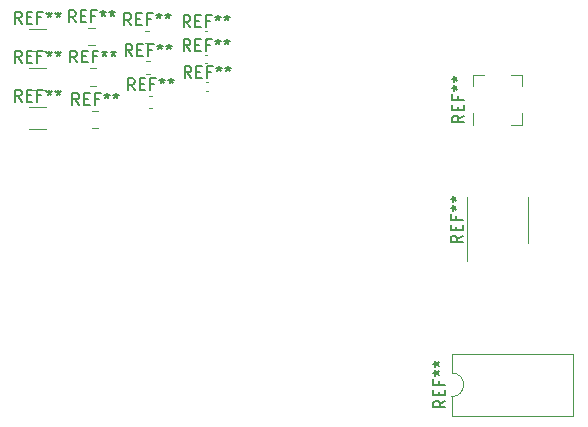
<source format=gbr>
%TF.GenerationSoftware,KiCad,Pcbnew,(6.0.1)*%
%TF.CreationDate,2023-03-31T22:37:06-07:00*%
%TF.ProjectId,test_pcb,74657374-5f70-4636-922e-6b696361645f,rev?*%
%TF.SameCoordinates,Original*%
%TF.FileFunction,Legend,Top*%
%TF.FilePolarity,Positive*%
%FSLAX46Y46*%
G04 Gerber Fmt 4.6, Leading zero omitted, Abs format (unit mm)*
G04 Created by KiCad (PCBNEW (6.0.1)) date 2023-03-31 22:37:06*
%MOMM*%
%LPD*%
G01*
G04 APERTURE LIST*
%ADD10C,0.150000*%
%ADD11C,0.120000*%
G04 APERTURE END LIST*
D10*
%TO.C,REF\u002A\u002A*%
X23287804Y-51167442D02*
X22954471Y-50691252D01*
X22716376Y-51167442D02*
X22716376Y-50167442D01*
X23097328Y-50167442D01*
X23192566Y-50215062D01*
X23240185Y-50262681D01*
X23287804Y-50357919D01*
X23287804Y-50500776D01*
X23240185Y-50596014D01*
X23192566Y-50643633D01*
X23097328Y-50691252D01*
X22716376Y-50691252D01*
X23716376Y-50643633D02*
X24049709Y-50643633D01*
X24192566Y-51167442D02*
X23716376Y-51167442D01*
X23716376Y-50167442D01*
X24192566Y-50167442D01*
X24954471Y-50643633D02*
X24621138Y-50643633D01*
X24621138Y-51167442D02*
X24621138Y-50167442D01*
X25097328Y-50167442D01*
X25621138Y-50167442D02*
X25621138Y-50405538D01*
X25383042Y-50310300D02*
X25621138Y-50405538D01*
X25859233Y-50310300D01*
X25478280Y-50596014D02*
X25621138Y-50405538D01*
X25763995Y-50596014D01*
X26383042Y-50167442D02*
X26383042Y-50405538D01*
X26144947Y-50310300D02*
X26383042Y-50405538D01*
X26621138Y-50310300D01*
X26240185Y-50596014D02*
X26383042Y-50405538D01*
X26525899Y-50596014D01*
X23287804Y-57767442D02*
X22954471Y-57291252D01*
X22716376Y-57767442D02*
X22716376Y-56767442D01*
X23097328Y-56767442D01*
X23192566Y-56815062D01*
X23240185Y-56862681D01*
X23287804Y-56957919D01*
X23287804Y-57100776D01*
X23240185Y-57196014D01*
X23192566Y-57243633D01*
X23097328Y-57291252D01*
X22716376Y-57291252D01*
X23716376Y-57243633D02*
X24049709Y-57243633D01*
X24192566Y-57767442D02*
X23716376Y-57767442D01*
X23716376Y-56767442D01*
X24192566Y-56767442D01*
X24954471Y-57243633D02*
X24621138Y-57243633D01*
X24621138Y-57767442D02*
X24621138Y-56767442D01*
X25097328Y-56767442D01*
X25621138Y-56767442D02*
X25621138Y-57005538D01*
X25383042Y-56910300D02*
X25621138Y-57005538D01*
X25859233Y-56910300D01*
X25478280Y-57196014D02*
X25621138Y-57005538D01*
X25763995Y-57196014D01*
X26383042Y-56767442D02*
X26383042Y-57005538D01*
X26144947Y-56910300D02*
X26383042Y-57005538D01*
X26621138Y-56910300D01*
X26240185Y-57196014D02*
X26383042Y-57005538D01*
X26525899Y-57196014D01*
X23287804Y-54467442D02*
X22954471Y-53991252D01*
X22716376Y-54467442D02*
X22716376Y-53467442D01*
X23097328Y-53467442D01*
X23192566Y-53515062D01*
X23240185Y-53562681D01*
X23287804Y-53657919D01*
X23287804Y-53800776D01*
X23240185Y-53896014D01*
X23192566Y-53943633D01*
X23097328Y-53991252D01*
X22716376Y-53991252D01*
X23716376Y-53943633D02*
X24049709Y-53943633D01*
X24192566Y-54467442D02*
X23716376Y-54467442D01*
X23716376Y-53467442D01*
X24192566Y-53467442D01*
X24954471Y-53943633D02*
X24621138Y-53943633D01*
X24621138Y-54467442D02*
X24621138Y-53467442D01*
X25097328Y-53467442D01*
X25621138Y-53467442D02*
X25621138Y-53705538D01*
X25383042Y-53610300D02*
X25621138Y-53705538D01*
X25859233Y-53610300D01*
X25478280Y-53896014D02*
X25621138Y-53705538D01*
X25763995Y-53896014D01*
X26383042Y-53467442D02*
X26383042Y-53705538D01*
X26144947Y-53610300D02*
X26383042Y-53705538D01*
X26621138Y-53610300D01*
X26240185Y-53896014D02*
X26383042Y-53705538D01*
X26525899Y-53896014D01*
X37663404Y-55778842D02*
X37330071Y-55302652D01*
X37091976Y-55778842D02*
X37091976Y-54778842D01*
X37472928Y-54778842D01*
X37568166Y-54826462D01*
X37615785Y-54874081D01*
X37663404Y-54969319D01*
X37663404Y-55112176D01*
X37615785Y-55207414D01*
X37568166Y-55255033D01*
X37472928Y-55302652D01*
X37091976Y-55302652D01*
X38091976Y-55255033D02*
X38425309Y-55255033D01*
X38568166Y-55778842D02*
X38091976Y-55778842D01*
X38091976Y-54778842D01*
X38568166Y-54778842D01*
X39330071Y-55255033D02*
X38996738Y-55255033D01*
X38996738Y-55778842D02*
X38996738Y-54778842D01*
X39472928Y-54778842D01*
X39996738Y-54778842D02*
X39996738Y-55016938D01*
X39758642Y-54921700D02*
X39996738Y-55016938D01*
X40234833Y-54921700D01*
X39853880Y-55207414D02*
X39996738Y-55016938D01*
X40139595Y-55207414D01*
X40758642Y-54778842D02*
X40758642Y-55016938D01*
X40520547Y-54921700D02*
X40758642Y-55016938D01*
X40996738Y-54921700D01*
X40615785Y-55207414D02*
X40758642Y-55016938D01*
X40901499Y-55207414D01*
X37563404Y-53478842D02*
X37230071Y-53002652D01*
X36991976Y-53478842D02*
X36991976Y-52478842D01*
X37372928Y-52478842D01*
X37468166Y-52526462D01*
X37515785Y-52574081D01*
X37563404Y-52669319D01*
X37563404Y-52812176D01*
X37515785Y-52907414D01*
X37468166Y-52955033D01*
X37372928Y-53002652D01*
X36991976Y-53002652D01*
X37991976Y-52955033D02*
X38325309Y-52955033D01*
X38468166Y-53478842D02*
X37991976Y-53478842D01*
X37991976Y-52478842D01*
X38468166Y-52478842D01*
X39230071Y-52955033D02*
X38896738Y-52955033D01*
X38896738Y-53478842D02*
X38896738Y-52478842D01*
X39372928Y-52478842D01*
X39896738Y-52478842D02*
X39896738Y-52716938D01*
X39658642Y-52621700D02*
X39896738Y-52716938D01*
X40134833Y-52621700D01*
X39753880Y-52907414D02*
X39896738Y-52716938D01*
X40039595Y-52907414D01*
X40658642Y-52478842D02*
X40658642Y-52716938D01*
X40420547Y-52621700D02*
X40658642Y-52716938D01*
X40896738Y-52621700D01*
X40515785Y-52907414D02*
X40658642Y-52716938D01*
X40801499Y-52907414D01*
X37563404Y-51478842D02*
X37230071Y-51002652D01*
X36991976Y-51478842D02*
X36991976Y-50478842D01*
X37372928Y-50478842D01*
X37468166Y-50526462D01*
X37515785Y-50574081D01*
X37563404Y-50669319D01*
X37563404Y-50812176D01*
X37515785Y-50907414D01*
X37468166Y-50955033D01*
X37372928Y-51002652D01*
X36991976Y-51002652D01*
X37991976Y-50955033D02*
X38325309Y-50955033D01*
X38468166Y-51478842D02*
X37991976Y-51478842D01*
X37991976Y-50478842D01*
X38468166Y-50478842D01*
X39230071Y-50955033D02*
X38896738Y-50955033D01*
X38896738Y-51478842D02*
X38896738Y-50478842D01*
X39372928Y-50478842D01*
X39896738Y-50478842D02*
X39896738Y-50716938D01*
X39658642Y-50621700D02*
X39896738Y-50716938D01*
X40134833Y-50621700D01*
X39753880Y-50907414D02*
X39896738Y-50716938D01*
X40039595Y-50907414D01*
X40658642Y-50478842D02*
X40658642Y-50716938D01*
X40420547Y-50621700D02*
X40658642Y-50716938D01*
X40896738Y-50621700D01*
X40515785Y-50907414D02*
X40658642Y-50716938D01*
X40801499Y-50907414D01*
X32863404Y-56808842D02*
X32530071Y-56332652D01*
X32291976Y-56808842D02*
X32291976Y-55808842D01*
X32672928Y-55808842D01*
X32768166Y-55856462D01*
X32815785Y-55904081D01*
X32863404Y-55999319D01*
X32863404Y-56142176D01*
X32815785Y-56237414D01*
X32768166Y-56285033D01*
X32672928Y-56332652D01*
X32291976Y-56332652D01*
X33291976Y-56285033D02*
X33625309Y-56285033D01*
X33768166Y-56808842D02*
X33291976Y-56808842D01*
X33291976Y-55808842D01*
X33768166Y-55808842D01*
X34530071Y-56285033D02*
X34196738Y-56285033D01*
X34196738Y-56808842D02*
X34196738Y-55808842D01*
X34672928Y-55808842D01*
X35196738Y-55808842D02*
X35196738Y-56046938D01*
X34958642Y-55951700D02*
X35196738Y-56046938D01*
X35434833Y-55951700D01*
X35053880Y-56237414D02*
X35196738Y-56046938D01*
X35339595Y-56237414D01*
X35958642Y-55808842D02*
X35958642Y-56046938D01*
X35720547Y-55951700D02*
X35958642Y-56046938D01*
X36196738Y-55951700D01*
X35815785Y-56237414D02*
X35958642Y-56046938D01*
X36101499Y-56237414D01*
X32663404Y-53908842D02*
X32330071Y-53432652D01*
X32091976Y-53908842D02*
X32091976Y-52908842D01*
X32472928Y-52908842D01*
X32568166Y-52956462D01*
X32615785Y-53004081D01*
X32663404Y-53099319D01*
X32663404Y-53242176D01*
X32615785Y-53337414D01*
X32568166Y-53385033D01*
X32472928Y-53432652D01*
X32091976Y-53432652D01*
X33091976Y-53385033D02*
X33425309Y-53385033D01*
X33568166Y-53908842D02*
X33091976Y-53908842D01*
X33091976Y-52908842D01*
X33568166Y-52908842D01*
X34330071Y-53385033D02*
X33996738Y-53385033D01*
X33996738Y-53908842D02*
X33996738Y-52908842D01*
X34472928Y-52908842D01*
X34996738Y-52908842D02*
X34996738Y-53146938D01*
X34758642Y-53051700D02*
X34996738Y-53146938D01*
X35234833Y-53051700D01*
X34853880Y-53337414D02*
X34996738Y-53146938D01*
X35139595Y-53337414D01*
X35758642Y-52908842D02*
X35758642Y-53146938D01*
X35520547Y-53051700D02*
X35758642Y-53146938D01*
X35996738Y-53051700D01*
X35615785Y-53337414D02*
X35758642Y-53146938D01*
X35901499Y-53337414D01*
X32563404Y-51308842D02*
X32230071Y-50832652D01*
X31991976Y-51308842D02*
X31991976Y-50308842D01*
X32372928Y-50308842D01*
X32468166Y-50356462D01*
X32515785Y-50404081D01*
X32563404Y-50499319D01*
X32563404Y-50642176D01*
X32515785Y-50737414D01*
X32468166Y-50785033D01*
X32372928Y-50832652D01*
X31991976Y-50832652D01*
X32991976Y-50785033D02*
X33325309Y-50785033D01*
X33468166Y-51308842D02*
X32991976Y-51308842D01*
X32991976Y-50308842D01*
X33468166Y-50308842D01*
X34230071Y-50785033D02*
X33896738Y-50785033D01*
X33896738Y-51308842D02*
X33896738Y-50308842D01*
X34372928Y-50308842D01*
X34896738Y-50308842D02*
X34896738Y-50546938D01*
X34658642Y-50451700D02*
X34896738Y-50546938D01*
X35134833Y-50451700D01*
X34753880Y-50737414D02*
X34896738Y-50546938D01*
X35039595Y-50737414D01*
X35658642Y-50308842D02*
X35658642Y-50546938D01*
X35420547Y-50451700D02*
X35658642Y-50546938D01*
X35896738Y-50451700D01*
X35515785Y-50737414D02*
X35658642Y-50546938D01*
X35801499Y-50737414D01*
X28163404Y-58058842D02*
X27830071Y-57582652D01*
X27591976Y-58058842D02*
X27591976Y-57058842D01*
X27972928Y-57058842D01*
X28068166Y-57106462D01*
X28115785Y-57154081D01*
X28163404Y-57249319D01*
X28163404Y-57392176D01*
X28115785Y-57487414D01*
X28068166Y-57535033D01*
X27972928Y-57582652D01*
X27591976Y-57582652D01*
X28591976Y-57535033D02*
X28925309Y-57535033D01*
X29068166Y-58058842D02*
X28591976Y-58058842D01*
X28591976Y-57058842D01*
X29068166Y-57058842D01*
X29830071Y-57535033D02*
X29496738Y-57535033D01*
X29496738Y-58058842D02*
X29496738Y-57058842D01*
X29972928Y-57058842D01*
X30496738Y-57058842D02*
X30496738Y-57296938D01*
X30258642Y-57201700D02*
X30496738Y-57296938D01*
X30734833Y-57201700D01*
X30353880Y-57487414D02*
X30496738Y-57296938D01*
X30639595Y-57487414D01*
X31258642Y-57058842D02*
X31258642Y-57296938D01*
X31020547Y-57201700D02*
X31258642Y-57296938D01*
X31496738Y-57201700D01*
X31115785Y-57487414D02*
X31258642Y-57296938D01*
X31401499Y-57487414D01*
X27963404Y-54458842D02*
X27630071Y-53982652D01*
X27391976Y-54458842D02*
X27391976Y-53458842D01*
X27772928Y-53458842D01*
X27868166Y-53506462D01*
X27915785Y-53554081D01*
X27963404Y-53649319D01*
X27963404Y-53792176D01*
X27915785Y-53887414D01*
X27868166Y-53935033D01*
X27772928Y-53982652D01*
X27391976Y-53982652D01*
X28391976Y-53935033D02*
X28725309Y-53935033D01*
X28868166Y-54458842D02*
X28391976Y-54458842D01*
X28391976Y-53458842D01*
X28868166Y-53458842D01*
X29630071Y-53935033D02*
X29296738Y-53935033D01*
X29296738Y-54458842D02*
X29296738Y-53458842D01*
X29772928Y-53458842D01*
X30296738Y-53458842D02*
X30296738Y-53696938D01*
X30058642Y-53601700D02*
X30296738Y-53696938D01*
X30534833Y-53601700D01*
X30153880Y-53887414D02*
X30296738Y-53696938D01*
X30439595Y-53887414D01*
X31058642Y-53458842D02*
X31058642Y-53696938D01*
X30820547Y-53601700D02*
X31058642Y-53696938D01*
X31296738Y-53601700D01*
X30915785Y-53887414D02*
X31058642Y-53696938D01*
X31201499Y-53887414D01*
X27863404Y-51058842D02*
X27530071Y-50582652D01*
X27291976Y-51058842D02*
X27291976Y-50058842D01*
X27672928Y-50058842D01*
X27768166Y-50106462D01*
X27815785Y-50154081D01*
X27863404Y-50249319D01*
X27863404Y-50392176D01*
X27815785Y-50487414D01*
X27768166Y-50535033D01*
X27672928Y-50582652D01*
X27291976Y-50582652D01*
X28291976Y-50535033D02*
X28625309Y-50535033D01*
X28768166Y-51058842D02*
X28291976Y-51058842D01*
X28291976Y-50058842D01*
X28768166Y-50058842D01*
X29530071Y-50535033D02*
X29196738Y-50535033D01*
X29196738Y-51058842D02*
X29196738Y-50058842D01*
X29672928Y-50058842D01*
X30196738Y-50058842D02*
X30196738Y-50296938D01*
X29958642Y-50201700D02*
X30196738Y-50296938D01*
X30434833Y-50201700D01*
X30053880Y-50487414D02*
X30196738Y-50296938D01*
X30339595Y-50487414D01*
X30958642Y-50058842D02*
X30958642Y-50296938D01*
X30720547Y-50201700D02*
X30958642Y-50296938D01*
X31196738Y-50201700D01*
X30815785Y-50487414D02*
X30958642Y-50296938D01*
X31101499Y-50487414D01*
X60728300Y-58956688D02*
X60252110Y-59290021D01*
X60728300Y-59528116D02*
X59728300Y-59528116D01*
X59728300Y-59147164D01*
X59775920Y-59051926D01*
X59823539Y-59004307D01*
X59918777Y-58956688D01*
X60061634Y-58956688D01*
X60156872Y-59004307D01*
X60204491Y-59051926D01*
X60252110Y-59147164D01*
X60252110Y-59528116D01*
X60204491Y-58528116D02*
X60204491Y-58194783D01*
X60728300Y-58051926D02*
X60728300Y-58528116D01*
X59728300Y-58528116D01*
X59728300Y-58051926D01*
X60204491Y-57290021D02*
X60204491Y-57623355D01*
X60728300Y-57623355D02*
X59728300Y-57623355D01*
X59728300Y-57147164D01*
X59728300Y-56623355D02*
X59966396Y-56623355D01*
X59871158Y-56861450D02*
X59966396Y-56623355D01*
X59871158Y-56385259D01*
X60156872Y-56766212D02*
X59966396Y-56623355D01*
X60156872Y-56480497D01*
X59728300Y-55861450D02*
X59966396Y-55861450D01*
X59871158Y-56099545D02*
X59966396Y-55861450D01*
X59871158Y-55623355D01*
X60156872Y-56004307D02*
X59966396Y-55861450D01*
X60156872Y-55718593D01*
X60628299Y-69116688D02*
X60152109Y-69450021D01*
X60628299Y-69688116D02*
X59628299Y-69688116D01*
X59628299Y-69307164D01*
X59675919Y-69211926D01*
X59723538Y-69164307D01*
X59818776Y-69116688D01*
X59961633Y-69116688D01*
X60056871Y-69164307D01*
X60104490Y-69211926D01*
X60152109Y-69307164D01*
X60152109Y-69688116D01*
X60104490Y-68688116D02*
X60104490Y-68354783D01*
X60628299Y-68211926D02*
X60628299Y-68688116D01*
X59628299Y-68688116D01*
X59628299Y-68211926D01*
X60104490Y-67450021D02*
X60104490Y-67783355D01*
X60628299Y-67783355D02*
X59628299Y-67783355D01*
X59628299Y-67307164D01*
X59628299Y-66783355D02*
X59866395Y-66783355D01*
X59771157Y-67021450D02*
X59866395Y-66783355D01*
X59771157Y-66545259D01*
X60056871Y-66926212D02*
X59866395Y-66783355D01*
X60056871Y-66640497D01*
X59628299Y-66021450D02*
X59866395Y-66021450D01*
X59771157Y-66259545D02*
X59866395Y-66021450D01*
X59771157Y-65783355D01*
X60056871Y-66164307D02*
X59866395Y-66021450D01*
X60056871Y-65878593D01*
X59158299Y-83086688D02*
X58682109Y-83420021D01*
X59158299Y-83658116D02*
X58158299Y-83658116D01*
X58158299Y-83277164D01*
X58205919Y-83181926D01*
X58253538Y-83134307D01*
X58348776Y-83086688D01*
X58491633Y-83086688D01*
X58586871Y-83134307D01*
X58634490Y-83181926D01*
X58682109Y-83277164D01*
X58682109Y-83658116D01*
X58634490Y-82658116D02*
X58634490Y-82324783D01*
X59158299Y-82181926D02*
X59158299Y-82658116D01*
X58158299Y-82658116D01*
X58158299Y-82181926D01*
X58634490Y-81420021D02*
X58634490Y-81753355D01*
X59158299Y-81753355D02*
X58158299Y-81753355D01*
X58158299Y-81277164D01*
X58158299Y-80753355D02*
X58396395Y-80753355D01*
X58301157Y-80991450D02*
X58396395Y-80753355D01*
X58301157Y-80515259D01*
X58586871Y-80896212D02*
X58396395Y-80753355D01*
X58586871Y-80610497D01*
X58158299Y-79991450D02*
X58396395Y-79991450D01*
X58301157Y-80229545D02*
X58396395Y-79991450D01*
X58301157Y-79753355D01*
X58586871Y-80134307D02*
X58396395Y-79991450D01*
X58586871Y-79848593D01*
D11*
X23909886Y-51655062D02*
X25332390Y-51655062D01*
X23909886Y-53475062D02*
X25332390Y-53475062D01*
X23909886Y-58255062D02*
X25332390Y-58255062D01*
X23909886Y-60075062D02*
X25332390Y-60075062D01*
X23909886Y-54955062D02*
X25332390Y-54955062D01*
X23909886Y-56775062D02*
X25332390Y-56775062D01*
X38888902Y-56846462D02*
X39104574Y-56846462D01*
X38888902Y-56126462D02*
X39104574Y-56126462D01*
X38788902Y-54546462D02*
X39004574Y-54546462D01*
X38788902Y-53826462D02*
X39004574Y-53826462D01*
X38788902Y-51826462D02*
X39004574Y-51826462D01*
X38788902Y-52546462D02*
X39004574Y-52546462D01*
X34056158Y-57276462D02*
X34337318Y-57276462D01*
X34056158Y-58296462D02*
X34337318Y-58296462D01*
X33856158Y-54376462D02*
X34137318Y-54376462D01*
X33856158Y-55396462D02*
X34137318Y-55396462D01*
X33756158Y-51776462D02*
X34037318Y-51776462D01*
X33756158Y-52796462D02*
X34037318Y-52796462D01*
X29235486Y-58551462D02*
X29757990Y-58551462D01*
X29235486Y-60021462D02*
X29757990Y-60021462D01*
X29035486Y-54951462D02*
X29557990Y-54951462D01*
X29035486Y-56421462D02*
X29557990Y-56421462D01*
X28935486Y-51551462D02*
X29457990Y-51551462D01*
X28935486Y-53021462D02*
X29457990Y-53021462D01*
X65685919Y-58758355D02*
X65685919Y-59733355D01*
X61465919Y-56488355D02*
X61465919Y-55513355D01*
X61465919Y-55513355D02*
X62440919Y-55513355D01*
X65685919Y-55513355D02*
X64710919Y-55513355D01*
X61465919Y-58758355D02*
X61465919Y-59733355D01*
X65685919Y-59733355D02*
X64710919Y-59733355D01*
X65685919Y-56488355D02*
X65685919Y-55513355D01*
X61015919Y-67783355D02*
X61015919Y-71233355D01*
X61015919Y-67783355D02*
X61015919Y-65833355D01*
X66135919Y-67783355D02*
X66135919Y-69733355D01*
X66135919Y-67783355D02*
X66135919Y-65833355D01*
X59705919Y-79103355D02*
X59705919Y-80753355D01*
X59705919Y-84403355D02*
X69985919Y-84403355D01*
X69985919Y-79103355D02*
X59705919Y-79103355D01*
X59705919Y-82753355D02*
X59705919Y-84403355D01*
X69985919Y-84403355D02*
X69985919Y-79103355D01*
X59705919Y-82753355D02*
G75*
G03*
X59705919Y-80753355I0J1000000D01*
G01*
%TD*%
M02*

</source>
